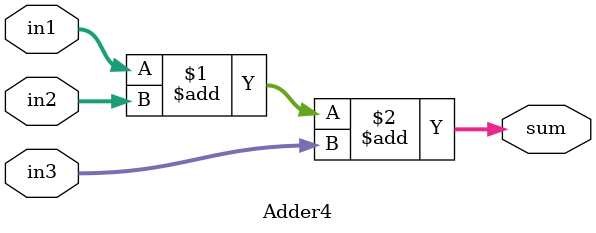
<source format=v>
module Adder4 (
    input  wire [31:0] in1,  // Đầu vào thứ nhất
    input  wire [31:0] in2,  // Đầu vào thứ hai
    input  wire [31:0] in3,  // Đầu vào thứ ba
    output wire [31:0] sum   // Kết quả đầu ra
);

    // Thực hiện phép cộng modulo 2^32
    assign sum = in1 + in2 + in3;

endmodule
</source>
